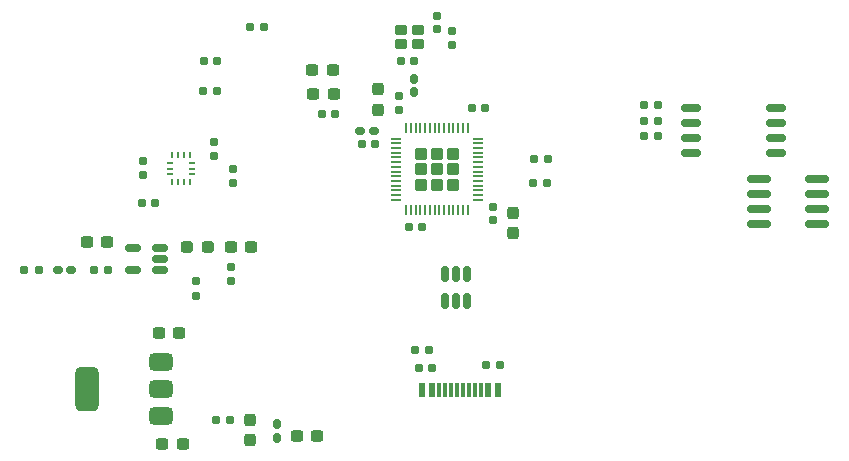
<source format=gbr>
%TF.GenerationSoftware,KiCad,Pcbnew,9.0.2*%
%TF.CreationDate,2025-08-14T15:26:00-05:00*%
%TF.ProjectId,ESP_32_sens,4553505f-3332-45f7-9365-6e732e6b6963,rev?*%
%TF.SameCoordinates,Original*%
%TF.FileFunction,Paste,Top*%
%TF.FilePolarity,Positive*%
%FSLAX46Y46*%
G04 Gerber Fmt 4.6, Leading zero omitted, Abs format (unit mm)*
G04 Created by KiCad (PCBNEW 9.0.2) date 2025-08-14 15:26:00*
%MOMM*%
%LPD*%
G01*
G04 APERTURE LIST*
G04 Aperture macros list*
%AMRoundRect*
0 Rectangle with rounded corners*
0 $1 Rounding radius*
0 $2 $3 $4 $5 $6 $7 $8 $9 X,Y pos of 4 corners*
0 Add a 4 corners polygon primitive as box body*
4,1,4,$2,$3,$4,$5,$6,$7,$8,$9,$2,$3,0*
0 Add four circle primitives for the rounded corners*
1,1,$1+$1,$2,$3*
1,1,$1+$1,$4,$5*
1,1,$1+$1,$6,$7*
1,1,$1+$1,$8,$9*
0 Add four rect primitives between the rounded corners*
20,1,$1+$1,$2,$3,$4,$5,0*
20,1,$1+$1,$4,$5,$6,$7,0*
20,1,$1+$1,$6,$7,$8,$9,0*
20,1,$1+$1,$8,$9,$2,$3,0*%
G04 Aperture macros list end*
%ADD10RoundRect,0.160000X0.197500X0.160000X-0.197500X0.160000X-0.197500X-0.160000X0.197500X-0.160000X0*%
%ADD11R,0.600000X1.240000*%
%ADD12R,0.300000X1.240000*%
%ADD13RoundRect,0.160000X-0.197500X-0.160000X0.197500X-0.160000X0.197500X0.160000X-0.197500X0.160000X0*%
%ADD14RoundRect,0.155000X-0.212500X-0.155000X0.212500X-0.155000X0.212500X0.155000X-0.212500X0.155000X0*%
%ADD15RoundRect,0.160000X0.160000X-0.197500X0.160000X0.197500X-0.160000X0.197500X-0.160000X-0.197500X0*%
%ADD16RoundRect,0.160000X-0.160000X0.197500X-0.160000X-0.197500X0.160000X-0.197500X0.160000X0.197500X0*%
%ADD17RoundRect,0.160000X-0.160000X0.222500X-0.160000X-0.222500X0.160000X-0.222500X0.160000X0.222500X0*%
%ADD18RoundRect,0.162500X0.650000X0.162500X-0.650000X0.162500X-0.650000X-0.162500X0.650000X-0.162500X0*%
%ADD19RoundRect,0.155000X-0.155000X0.212500X-0.155000X-0.212500X0.155000X-0.212500X0.155000X0.212500X0*%
%ADD20RoundRect,0.150000X0.512500X0.150000X-0.512500X0.150000X-0.512500X-0.150000X0.512500X-0.150000X0*%
%ADD21RoundRect,0.155000X0.212500X0.155000X-0.212500X0.155000X-0.212500X-0.155000X0.212500X-0.155000X0*%
%ADD22RoundRect,0.237500X-0.300000X-0.237500X0.300000X-0.237500X0.300000X0.237500X-0.300000X0.237500X0*%
%ADD23RoundRect,0.160000X0.160000X-0.222500X0.160000X0.222500X-0.160000X0.222500X-0.160000X-0.222500X0*%
%ADD24RoundRect,0.160000X-0.222500X-0.160000X0.222500X-0.160000X0.222500X0.160000X-0.222500X0.160000X0*%
%ADD25RoundRect,0.250000X-0.285000X-0.285000X0.285000X-0.285000X0.285000X0.285000X-0.285000X0.285000X0*%
%ADD26RoundRect,0.050000X-0.350000X-0.050000X0.350000X-0.050000X0.350000X0.050000X-0.350000X0.050000X0*%
%ADD27RoundRect,0.050000X-0.050000X-0.350000X0.050000X-0.350000X0.050000X0.350000X-0.050000X0.350000X0*%
%ADD28RoundRect,0.375000X0.625000X0.375000X-0.625000X0.375000X-0.625000X-0.375000X0.625000X-0.375000X0*%
%ADD29RoundRect,0.500000X0.500000X1.400000X-0.500000X1.400000X-0.500000X-1.400000X0.500000X-1.400000X0*%
%ADD30RoundRect,0.155000X0.155000X-0.212500X0.155000X0.212500X-0.155000X0.212500X-0.155000X-0.212500X0*%
%ADD31RoundRect,0.237500X-0.237500X0.300000X-0.237500X-0.300000X0.237500X-0.300000X0.237500X0.300000X0*%
%ADD32RoundRect,0.237500X0.237500X-0.300000X0.237500X0.300000X-0.237500X0.300000X-0.237500X-0.300000X0*%
%ADD33R,0.254000X0.482600*%
%ADD34R,0.482600X0.254000*%
%ADD35RoundRect,0.237500X0.300000X0.237500X-0.300000X0.237500X-0.300000X-0.237500X0.300000X-0.237500X0*%
%ADD36RoundRect,0.237500X-0.287500X-0.237500X0.287500X-0.237500X0.287500X0.237500X-0.287500X0.237500X0*%
%ADD37RoundRect,0.150000X0.825000X0.150000X-0.825000X0.150000X-0.825000X-0.150000X0.825000X-0.150000X0*%
%ADD38RoundRect,0.102000X-0.373000X-0.323000X0.373000X-0.323000X0.373000X0.323000X-0.373000X0.323000X0*%
%ADD39RoundRect,0.150000X0.150000X-0.512500X0.150000X0.512500X-0.150000X0.512500X-0.150000X-0.512500X0*%
G04 APERTURE END LIST*
D10*
%TO.C,R11*%
X136647500Y-113040000D03*
X135452500Y-113040000D03*
%TD*%
D11*
%TO.C,J3*%
X136050000Y-116415000D03*
X136850000Y-116415000D03*
D12*
X137500000Y-116415000D03*
X138500000Y-116415000D03*
X140000000Y-116415000D03*
X141000000Y-116415000D03*
D11*
X141650000Y-116415000D03*
X142450000Y-116415000D03*
X142450000Y-116415000D03*
X141650000Y-116415000D03*
D12*
X140500000Y-116415000D03*
X139500000Y-116415000D03*
X139000000Y-116415000D03*
X138000000Y-116415000D03*
D11*
X136850000Y-116415000D03*
X136050000Y-116415000D03*
%TD*%
D13*
%TO.C,R10*%
X142647500Y-114240000D03*
X141452500Y-114240000D03*
%TD*%
D14*
%TO.C,C25*%
X136917500Y-114565000D03*
X135782500Y-114565000D03*
%TD*%
D15*
%TO.C,R15*%
X120000000Y-98897500D03*
X120000000Y-97702500D03*
%TD*%
D16*
%TO.C,R12*%
X119900000Y-106002500D03*
X119900000Y-107197500D03*
%TD*%
D17*
%TO.C,L2*%
X135320000Y-90047500D03*
X135320000Y-91192500D03*
%TD*%
D18*
%TO.C,U2*%
X165987500Y-96305000D03*
X165987500Y-95035000D03*
X165987500Y-93765000D03*
X165987500Y-92495000D03*
X158812500Y-92495000D03*
X158812500Y-93765000D03*
X158812500Y-95035000D03*
X158812500Y-96305000D03*
%TD*%
D13*
%TO.C,R7*%
X117502500Y-91100000D03*
X118697500Y-91100000D03*
%TD*%
D19*
%TO.C,C8*%
X142030000Y-100882500D03*
X142030000Y-102017500D03*
%TD*%
D20*
%TO.C,U7*%
X113837500Y-106250000D03*
X113837500Y-105300000D03*
X113837500Y-104350000D03*
X111562500Y-104350000D03*
X111562500Y-106250000D03*
%TD*%
D21*
%TO.C,C17*%
X118700000Y-88500000D03*
X117565000Y-88500000D03*
%TD*%
D22*
%TO.C,C21*%
X113737500Y-111600000D03*
X115462500Y-111600000D03*
%TD*%
D23*
%TO.C,L5*%
X123800000Y-120445000D03*
X123800000Y-119300000D03*
%TD*%
D14*
%TO.C,C10*%
X140272500Y-92490000D03*
X141407500Y-92490000D03*
%TD*%
D13*
%TO.C,R1*%
X154802500Y-92300000D03*
X155997500Y-92300000D03*
%TD*%
D10*
%TO.C,R9*%
X119795000Y-118900000D03*
X118600000Y-118900000D03*
%TD*%
D13*
%TO.C,R2*%
X145502500Y-96800000D03*
X146697500Y-96800000D03*
%TD*%
D16*
%TO.C,R13*%
X116900000Y-107200000D03*
X116900000Y-108395000D03*
%TD*%
D19*
%TO.C,C13*%
X112400000Y-97032500D03*
X112400000Y-98167500D03*
%TD*%
D10*
%TO.C,R14*%
X103570000Y-106200000D03*
X102375000Y-106200000D03*
%TD*%
D22*
%TO.C,C20*%
X114037500Y-121000000D03*
X115762500Y-121000000D03*
%TD*%
D24*
%TO.C,D2*%
X105200000Y-106200000D03*
X106345000Y-106200000D03*
%TD*%
D22*
%TO.C,C6*%
X126737500Y-89300000D03*
X128462500Y-89300000D03*
%TD*%
D25*
%TO.C,U1*%
X135970000Y-96370000D03*
X135970000Y-97700000D03*
X135970000Y-99030000D03*
X137300000Y-96370000D03*
X137300000Y-97700000D03*
X137300000Y-99030000D03*
X138630000Y-96370000D03*
X138630000Y-97700000D03*
X138630000Y-99030000D03*
D26*
X133850000Y-95100000D03*
X133850000Y-95500000D03*
X133850000Y-95900000D03*
X133850000Y-96300000D03*
X133850000Y-96700000D03*
X133850000Y-97100000D03*
X133850000Y-97500000D03*
X133850000Y-97900000D03*
X133850000Y-98300000D03*
X133850000Y-98700000D03*
X133850000Y-99100000D03*
X133850000Y-99500000D03*
X133850000Y-99900000D03*
X133850000Y-100300000D03*
D27*
X134700000Y-101150000D03*
X135100000Y-101150000D03*
X135500000Y-101150000D03*
X135900000Y-101150000D03*
X136300000Y-101150000D03*
X136700000Y-101150000D03*
X137100000Y-101150000D03*
X137500000Y-101150000D03*
X137900000Y-101150000D03*
X138300000Y-101150000D03*
X138700000Y-101150000D03*
X139100000Y-101150000D03*
X139500000Y-101150000D03*
X139900000Y-101150000D03*
D26*
X140750000Y-100300000D03*
X140750000Y-99900000D03*
X140750000Y-99500000D03*
X140750000Y-99100000D03*
X140750000Y-98700000D03*
X140750000Y-98300000D03*
X140750000Y-97900000D03*
X140750000Y-97500000D03*
X140750000Y-97100000D03*
X140750000Y-96700000D03*
X140750000Y-96300000D03*
X140750000Y-95900000D03*
X140750000Y-95500000D03*
X140750000Y-95100000D03*
D27*
X139900000Y-94250000D03*
X139500000Y-94250000D03*
X139100000Y-94250000D03*
X138700000Y-94250000D03*
X138300000Y-94250000D03*
X137900000Y-94250000D03*
X137500000Y-94250000D03*
X137100000Y-94250000D03*
X136700000Y-94250000D03*
X136300000Y-94250000D03*
X135900000Y-94250000D03*
X135500000Y-94250000D03*
X135100000Y-94250000D03*
X134700000Y-94250000D03*
%TD*%
D14*
%TO.C,C4*%
X127532500Y-93000000D03*
X128667500Y-93000000D03*
%TD*%
D15*
%TO.C,R8*%
X138540000Y-87197500D03*
X138540000Y-86002500D03*
%TD*%
D28*
%TO.C,U5*%
X113950000Y-118600000D03*
X113950000Y-116300000D03*
D29*
X107650000Y-116300000D03*
D28*
X113950000Y-114000000D03*
%TD*%
D13*
%TO.C,R3*%
X154802500Y-93600000D03*
X155997500Y-93600000D03*
%TD*%
%TO.C,R4*%
X145405000Y-98900000D03*
X146600000Y-98900000D03*
%TD*%
D30*
%TO.C,C2*%
X134100000Y-92667500D03*
X134100000Y-91532500D03*
%TD*%
D31*
%TO.C,C19*%
X121500000Y-118937500D03*
X121500000Y-120662500D03*
%TD*%
D32*
%TO.C,C1*%
X132300000Y-92662500D03*
X132300000Y-90937500D03*
%TD*%
D33*
%TO.C,U4*%
X116400000Y-96488600D03*
X115899999Y-96488600D03*
X115399999Y-96488600D03*
X114899998Y-96488600D03*
D34*
X114735599Y-97144301D03*
X114735599Y-97644300D03*
X114735599Y-98144299D03*
D33*
X114899998Y-98800000D03*
X115399999Y-98800000D03*
X115899999Y-98800000D03*
X116400000Y-98800000D03*
D34*
X116564399Y-98144299D03*
X116564399Y-97644300D03*
X116564399Y-97144301D03*
%TD*%
D22*
%TO.C,C5*%
X126837500Y-91300000D03*
X128562500Y-91300000D03*
%TD*%
D35*
%TO.C,C22*%
X109362500Y-103900000D03*
X107637500Y-103900000D03*
%TD*%
D24*
%TO.C,L1*%
X130795000Y-94500000D03*
X131940000Y-94500000D03*
%TD*%
D10*
%TO.C,R6*%
X122695000Y-85700000D03*
X121500000Y-85700000D03*
%TD*%
D16*
%TO.C,R16*%
X118400000Y-95402500D03*
X118400000Y-96597500D03*
%TD*%
D22*
%TO.C,C23*%
X119837500Y-104300000D03*
X121562500Y-104300000D03*
%TD*%
D14*
%TO.C,C24*%
X108300000Y-106200000D03*
X109435000Y-106200000D03*
%TD*%
%TO.C,C3*%
X130932500Y-95600000D03*
X132067500Y-95600000D03*
%TD*%
D30*
%TO.C,C11*%
X137280000Y-85827500D03*
X137280000Y-84692500D03*
%TD*%
D22*
%TO.C,C18*%
X125437500Y-120272500D03*
X127162500Y-120272500D03*
%TD*%
D14*
%TO.C,C14*%
X112332500Y-100600000D03*
X113467500Y-100600000D03*
%TD*%
D31*
%TO.C,C9*%
X143700000Y-101387500D03*
X143700000Y-103112500D03*
%TD*%
D21*
%TO.C,C7*%
X136067500Y-102600000D03*
X134932500Y-102600000D03*
%TD*%
D14*
%TO.C,C12*%
X134232500Y-88500000D03*
X135367500Y-88500000D03*
%TD*%
D36*
%TO.C,L6*%
X116125000Y-104300000D03*
X117875000Y-104300000D03*
%TD*%
D37*
%TO.C,U3*%
X169515000Y-102365000D03*
X169515000Y-101095000D03*
X169515000Y-99825000D03*
X169515000Y-98555000D03*
X164565000Y-98555000D03*
X164565000Y-99825000D03*
X164565000Y-101095000D03*
X164565000Y-102365000D03*
%TD*%
D13*
%TO.C,R5*%
X154805000Y-94900000D03*
X156000000Y-94900000D03*
%TD*%
D38*
%TO.C,Y1*%
X134275000Y-87075000D03*
X135725000Y-87075000D03*
X135725000Y-85925000D03*
X134275000Y-85925000D03*
%TD*%
D39*
%TO.C,U6*%
X137960000Y-108872500D03*
X138910000Y-108872500D03*
X139860000Y-108872500D03*
X139860000Y-106597500D03*
X138910000Y-106597500D03*
X137960000Y-106597500D03*
%TD*%
M02*

</source>
